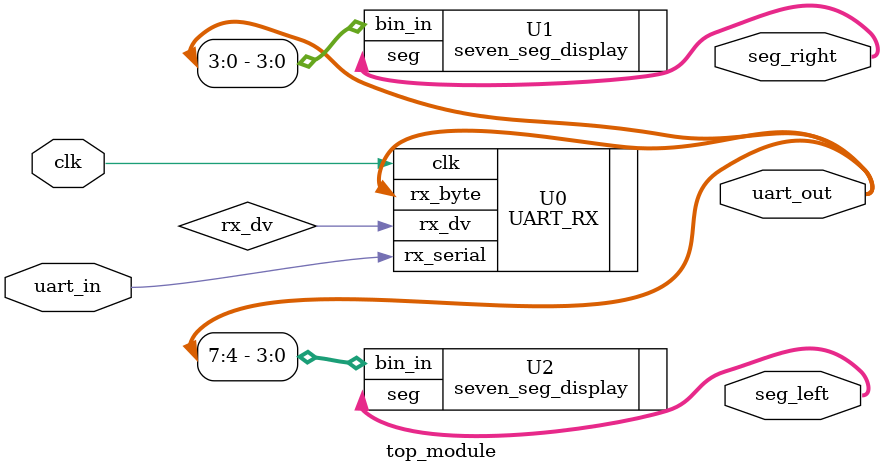
<source format=sv>
`timescale 1ns / 1ps


module top_module(
    input clk,
    input uart_in,
    output logic [7:0] uart_out,
    output logic [6:0] seg_right,
    output logic [6:0] seg_left
    );
    
    // declaring wires
    logic rx_dv;
    
    // module instantition
    UART_RX           U0(.clk(clk), .rx_serial(uart_in), .rx_dv(rx_dv), .rx_byte(uart_out));
    seven_seg_display U1(.bin_in(uart_out[3:0]), .seg(seg_right));
    seven_seg_display U2(.bin_in(uart_out[7:4]), .seg(seg_left));
endmodule

</source>
